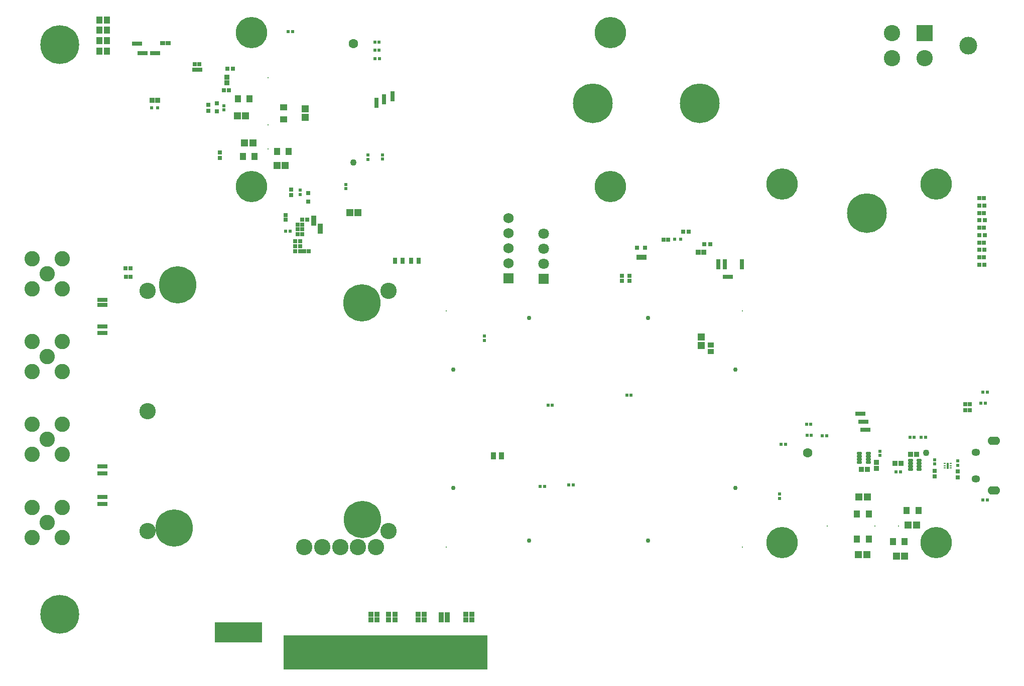
<source format=gbs>
G04*
G04 #@! TF.GenerationSoftware,Altium Limited,Altium Designer,24.4.1 (13)*
G04*
G04 Layer_Color=16711935*
%FSLAX44Y44*%
%MOMM*%
G71*
G04*
G04 #@! TF.SameCoordinates,F083C6BF-E510-45A8-8405-167EEE42A30D*
G04*
G04*
G04 #@! TF.FilePolarity,Negative*
G04*
G01*
G75*
%ADD73R,0.7393X0.6725*%
%ADD116R,0.5811X0.5121*%
%ADD120R,0.7000X0.7000*%
%ADD122R,0.7000X0.7000*%
%ADD125R,0.3700X0.2400*%
%ADD126R,0.4000X1.0800*%
%ADD139R,0.5121X0.5811*%
%ADD144R,0.6725X0.7393*%
%ADD145R,0.6725X0.7154*%
%ADD152R,8.0000X3.4500*%
%ADD153R,34.4000X5.8500*%
%ADD161R,0.9144X4.3942*%
%ADD162R,0.9144X3.4036*%
%ADD164R,0.8532X0.8032*%
%ADD165R,1.0032X1.1532*%
%ADD183R,0.6532X0.6532*%
%ADD196R,0.6532X0.6532*%
%ADD198R,0.8032X0.8532*%
%ADD199R,0.8832X0.8432*%
%ADD200R,1.2532X1.3032*%
%ADD201R,0.8432X0.8832*%
%ADD202R,1.3032X1.2532*%
%ADD204R,0.7032X0.6532*%
%ADD208R,0.7532X0.7532*%
%ADD212C,0.7534*%
%ADD213C,2.5882*%
%ADD214C,6.2992*%
%ADD215C,2.7432*%
%ADD216C,0.2032*%
%ADD217C,2.7500*%
%ADD218R,2.7500X2.7500*%
%ADD219C,2.9972*%
%ADD220C,1.7532*%
%ADD221R,1.7532X1.7532*%
%ADD222C,1.8032*%
%ADD223R,1.8032X1.8032*%
%ADD224O,2.1032X1.4032*%
%ADD225O,1.4532X1.2532*%
%ADD226C,1.1000*%
%ADD227C,1.6000*%
%ADD228C,6.7032*%
%ADD229C,6.5532*%
%ADD230R,0.2032X0.2032*%
%ADD231C,5.2832*%
%ADD263R,1.0000X1.2500*%
%ADD264R,0.5153X0.4725*%
%ADD266R,0.6888X0.6725*%
%ADD267R,0.5000X0.6000*%
%ADD273R,1.2500X1.0000*%
%ADD275R,0.8532X0.9032*%
%ADD276R,0.9232X1.2032*%
%ADD277R,0.8032X1.0032*%
%ADD278R,1.0532X0.9532*%
%ADD279R,0.9532X0.9032*%
%ADD280R,0.7532X0.7032*%
%ADD281R,0.7632X0.7232*%
%ADD282R,0.8532X0.8532*%
G04:AMPARAMS|DCode=283|XSize=0.8632mm|YSize=0.5232mm|CornerRadius=0.1416mm|HoleSize=0mm|Usage=FLASHONLY|Rotation=0.000|XOffset=0mm|YOffset=0mm|HoleType=Round|Shape=RoundedRectangle|*
%AMROUNDEDRECTD283*
21,1,0.8632,0.2400,0,0,0.0*
21,1,0.5800,0.5232,0,0,0.0*
1,1,0.2832,0.2900,-0.1200*
1,1,0.2832,-0.2900,-0.1200*
1,1,0.2832,-0.2900,0.1200*
1,1,0.2832,0.2900,0.1200*
%
%ADD283ROUNDEDRECTD283*%
%ADD284R,0.8532X0.8532*%
D73*
X1126334Y741000D02*
D03*
X1135666D02*
D03*
X366666Y1016000D02*
D03*
X357334D02*
D03*
D116*
X606755Y1032876D02*
D03*
X614066D02*
D03*
X460345Y1079000D02*
D03*
X467655D02*
D03*
X1492655Y335000D02*
D03*
X1485345D02*
D03*
X1291345Y382000D02*
D03*
X1298655D02*
D03*
X1334345Y416000D02*
D03*
X1341655D02*
D03*
X1368155Y396254D02*
D03*
X1360845D02*
D03*
X1335345Y397000D02*
D03*
X1342655D02*
D03*
X1508845Y393757D02*
D03*
X1516155D02*
D03*
X1534905Y393750D02*
D03*
X1527595D02*
D03*
X613655Y1061000D02*
D03*
X606345D02*
D03*
X613655Y1047000D02*
D03*
X606345D02*
D03*
X940655Y313000D02*
D03*
X933345D02*
D03*
X892655Y311000D02*
D03*
X885345D02*
D03*
X905655Y448000D02*
D03*
X898345D02*
D03*
X1031345Y465250D02*
D03*
X1038655D02*
D03*
X1628345Y451000D02*
D03*
X1635655D02*
D03*
X1631732Y470000D02*
D03*
X1639043D02*
D03*
D120*
X1048330Y714000D02*
D03*
X1062330D02*
D03*
D122*
X340000Y958000D02*
D03*
Y944000D02*
D03*
X494000Y806000D02*
D03*
Y792000D02*
D03*
D125*
X1577867Y341819D02*
D03*
Y345819D02*
D03*
Y349819D02*
D03*
X1567567D02*
D03*
Y345819D02*
D03*
Y341819D02*
D03*
D126*
X1572717Y345819D02*
D03*
D139*
X1589400Y353826D02*
D03*
Y346515D02*
D03*
X1457957Y362843D02*
D03*
Y370154D02*
D03*
X1550399Y348515D02*
D03*
Y355826D02*
D03*
X1288796Y297672D02*
D03*
Y290362D02*
D03*
X557000Y813345D02*
D03*
Y820655D02*
D03*
X594525Y862845D02*
D03*
Y870155D02*
D03*
X619000Y863345D02*
D03*
Y870655D02*
D03*
X352000Y953655D02*
D03*
Y946345D02*
D03*
X791000Y557345D02*
D03*
Y564655D02*
D03*
X480000Y803845D02*
D03*
Y811155D02*
D03*
D144*
X465000Y812166D02*
D03*
Y802834D02*
D03*
X325000Y954666D02*
D03*
Y945334D02*
D03*
D145*
X1589400Y326385D02*
D03*
Y335956D02*
D03*
X1550399Y336956D02*
D03*
Y327385D02*
D03*
X345000Y865214D02*
D03*
Y874786D02*
D03*
D152*
X376000Y64626D02*
D03*
D153*
X624000Y30626D02*
D03*
D161*
X489000Y37376D02*
D03*
X649000D02*
D03*
X669000D02*
D03*
X739000D02*
D03*
X779000D02*
D03*
X699000D02*
D03*
X749000D02*
D03*
X709000D02*
D03*
X589000D02*
D03*
X619000D02*
D03*
X659000D02*
D03*
X529000D02*
D03*
X519000D02*
D03*
X509000D02*
D03*
X499000D02*
D03*
X559000D02*
D03*
X599000D02*
D03*
X609000D02*
D03*
X629000D02*
D03*
X639000D02*
D03*
X719000D02*
D03*
X679000D02*
D03*
X729000D02*
D03*
X759000D02*
D03*
X769000D02*
D03*
X689000D02*
D03*
X539000D02*
D03*
X549000D02*
D03*
X469000D02*
D03*
X479000D02*
D03*
X789000D02*
D03*
D162*
X459000Y42329D02*
D03*
D164*
X1206250Y665000D02*
D03*
X1197750D02*
D03*
X142750Y617000D02*
D03*
X151250D02*
D03*
X142750Y570000D02*
D03*
X151250D02*
D03*
X142750Y581000D02*
D03*
X151250D02*
D03*
X142750Y293000D02*
D03*
X151250D02*
D03*
X142750Y281000D02*
D03*
X151250D02*
D03*
X142750Y345000D02*
D03*
X151250D02*
D03*
Y333000D02*
D03*
X142750D02*
D03*
X257250Y1059000D02*
D03*
X248750D02*
D03*
X210250Y1042500D02*
D03*
X218750D02*
D03*
X1437542Y406750D02*
D03*
X1429042D02*
D03*
X1434552Y419750D02*
D03*
X1426052D02*
D03*
X1429451Y433750D02*
D03*
X1420951D02*
D03*
X209250Y1058000D02*
D03*
X200750D02*
D03*
X239750Y1042500D02*
D03*
X231250D02*
D03*
X310790Y1014000D02*
D03*
X302290D02*
D03*
X151250Y626000D02*
D03*
X142750D02*
D03*
D165*
X154750Y1046000D02*
D03*
X141250D02*
D03*
Y1098500D02*
D03*
X154750D02*
D03*
X141250Y1081000D02*
D03*
X154750D02*
D03*
X141250Y1063500D02*
D03*
X154750D02*
D03*
D183*
X352000Y980000D02*
D03*
X360000D02*
D03*
X484000Y753000D02*
D03*
X476000D02*
D03*
X310540Y1023651D02*
D03*
X302540D02*
D03*
X480000Y708000D02*
D03*
X472000D02*
D03*
X487000D02*
D03*
X495000D02*
D03*
X186000Y679000D02*
D03*
X194000D02*
D03*
X484000Y761000D02*
D03*
X492000D02*
D03*
X472000Y725000D02*
D03*
X480000D02*
D03*
X472000Y716000D02*
D03*
X480000D02*
D03*
X476000Y745000D02*
D03*
X484000D02*
D03*
Y737000D02*
D03*
X476000D02*
D03*
D196*
X456000Y769000D02*
D03*
Y761000D02*
D03*
X1035330Y666000D02*
D03*
Y658000D02*
D03*
X1022630Y666000D02*
D03*
Y658000D02*
D03*
D198*
X1185749Y690250D02*
D03*
Y681750D02*
D03*
X1197000Y690250D02*
D03*
Y681750D02*
D03*
X1225250Y690250D02*
D03*
Y681750D02*
D03*
X609000Y954305D02*
D03*
Y962804D02*
D03*
X622000Y959741D02*
D03*
Y968241D02*
D03*
X636000Y965630D02*
D03*
Y974130D02*
D03*
D199*
X1051711Y698000D02*
D03*
X1060511D02*
D03*
D200*
X1500000Y193000D02*
D03*
X1486000D02*
D03*
X1436000Y196000D02*
D03*
X1422000D02*
D03*
X1520000Y246000D02*
D03*
X1506000D02*
D03*
X1437000Y293000D02*
D03*
X1423000D02*
D03*
X400525Y890876D02*
D03*
X386525D02*
D03*
X374275Y936601D02*
D03*
X388275D02*
D03*
X455000Y853000D02*
D03*
X441000D02*
D03*
X578000Y773000D02*
D03*
X564000D02*
D03*
D201*
X769540Y94576D02*
D03*
Y85976D02*
D03*
X514266Y750138D02*
D03*
Y741338D02*
D03*
X502841Y764150D02*
D03*
Y755350D02*
D03*
X599360Y94576D02*
D03*
Y85976D02*
D03*
X609520D02*
D03*
Y94576D02*
D03*
X629586D02*
D03*
Y85976D02*
D03*
X640508D02*
D03*
Y94576D02*
D03*
X679370Y85976D02*
D03*
Y94576D02*
D03*
X689530Y85976D02*
D03*
Y94576D02*
D03*
X718000Y85700D02*
D03*
Y94300D02*
D03*
X728000D02*
D03*
Y85700D02*
D03*
X759380Y85976D02*
D03*
Y94576D02*
D03*
D202*
X1156882Y563000D02*
D03*
Y549000D02*
D03*
X489000Y948000D02*
D03*
Y934000D02*
D03*
D204*
X194069Y664912D02*
D03*
X186569D02*
D03*
X1626250Y772500D02*
D03*
X1633750D02*
D03*
X1626250Y722500D02*
D03*
X1633750D02*
D03*
Y747500D02*
D03*
X1626250D02*
D03*
X1633750Y697500D02*
D03*
X1626250D02*
D03*
X1633750Y797500D02*
D03*
X1626250D02*
D03*
D208*
X1635000Y760000D02*
D03*
X1626000D02*
D03*
X1634500Y685000D02*
D03*
X1625500D02*
D03*
Y710000D02*
D03*
X1634500D02*
D03*
X1626000Y735000D02*
D03*
X1635000D02*
D03*
X1625500Y785000D02*
D03*
X1634500D02*
D03*
D212*
X1214375Y308431D02*
D03*
Y508431D02*
D03*
X866774Y595307D02*
D03*
X1066774D02*
D03*
X738148Y508455D02*
D03*
Y308456D02*
D03*
X1066749Y219080D02*
D03*
X866749D02*
D03*
D213*
X78900Y644600D02*
D03*
Y695400D02*
D03*
X28100D02*
D03*
Y644600D02*
D03*
X53500Y670000D02*
D03*
X53500Y390000D02*
D03*
X28100Y364600D02*
D03*
Y415400D02*
D03*
X78900D02*
D03*
Y364600D02*
D03*
X53500Y250000D02*
D03*
X28100Y224600D02*
D03*
Y275400D02*
D03*
X78900D02*
D03*
Y224600D02*
D03*
X53500Y530000D02*
D03*
X28100Y504600D02*
D03*
Y555400D02*
D03*
X78900D02*
D03*
Y504600D02*
D03*
D214*
X584550Y620426D02*
D03*
X273800Y651160D02*
D03*
X267450Y240080D02*
D03*
X585225Y255074D02*
D03*
D215*
X487040Y208000D02*
D03*
X548000D02*
D03*
X223000Y641000D02*
D03*
Y438000D02*
D03*
Y235000D02*
D03*
X629000D02*
D03*
Y641000D02*
D03*
X608000Y208000D02*
D03*
X578000D02*
D03*
X517520D02*
D03*
X487040D02*
D03*
X548000D02*
D03*
X578000D02*
D03*
X223000Y641000D02*
D03*
X608000Y208000D02*
D03*
X223000Y235000D02*
D03*
X629000Y641000D02*
D03*
X223000Y438000D02*
D03*
X517520Y208000D02*
D03*
X629000Y235000D02*
D03*
D216*
X1489376Y243775D02*
D03*
X1449376D02*
D03*
X1489376D02*
D03*
X1369376D02*
D03*
X426275Y1000876D02*
D03*
Y880876D02*
D03*
D03*
Y920876D02*
D03*
D217*
X1478882Y1034000D02*
D03*
Y1075910D02*
D03*
X1534000Y1034000D02*
D03*
D218*
Y1075910D02*
D03*
D219*
X1606898Y1054955D02*
D03*
D220*
X832000Y712800D02*
D03*
Y738200D02*
D03*
Y687400D02*
D03*
Y763600D02*
D03*
D221*
Y662000D02*
D03*
D222*
X891000Y687000D02*
D03*
Y712400D02*
D03*
Y737800D02*
D03*
D223*
Y661600D02*
D03*
D224*
X1650000Y304000D02*
D03*
Y387500D02*
D03*
D225*
X1620000Y368000D02*
D03*
Y323500D02*
D03*
D226*
X1536000Y367750D02*
D03*
X570000Y858000D02*
D03*
D227*
X1336000Y367750D02*
D03*
X570000Y1058000D02*
D03*
D228*
X1436000Y772000D02*
D03*
X974250Y958000D02*
D03*
X1154000D02*
D03*
D229*
X75000Y1057000D02*
D03*
X75000Y95000D02*
D03*
D230*
X1226110Y208497D02*
D03*
X726746Y607277D02*
D03*
X727000Y208497D02*
D03*
X1226110Y607277D02*
D03*
D231*
X1553426Y216075D02*
D03*
X1293426Y821075D02*
D03*
X1553426D02*
D03*
X1293426Y216075D02*
D03*
X398575Y816826D02*
D03*
X1003575Y1076826D02*
D03*
Y816826D02*
D03*
X398575Y1076826D02*
D03*
D263*
X1480000Y218000D02*
D03*
X1500000D02*
D03*
X1419376Y221753D02*
D03*
X1439376D02*
D03*
X1503000Y270000D02*
D03*
X1523000D02*
D03*
X1419376Y263828D02*
D03*
X1439376D02*
D03*
X395000Y965000D02*
D03*
X375000D02*
D03*
X383525Y867581D02*
D03*
X403525D02*
D03*
X441003Y876476D02*
D03*
X461003D02*
D03*
D264*
X455806Y741500D02*
D03*
X463377D02*
D03*
X1639036Y288000D02*
D03*
X1631464D02*
D03*
D266*
X1161865Y720000D02*
D03*
X1172135D02*
D03*
D267*
X1112000Y728000D02*
D03*
X1122000D02*
D03*
X240000Y950000D02*
D03*
X230000D02*
D03*
D273*
X452525Y930876D02*
D03*
Y950876D02*
D03*
D275*
X357000Y992250D02*
D03*
Y1001750D02*
D03*
D276*
X819900Y362000D02*
D03*
X806100D02*
D03*
D277*
X680500Y692000D02*
D03*
X667500D02*
D03*
X652971Y692098D02*
D03*
X639971D02*
D03*
D278*
X1172883Y538250D02*
D03*
Y549750D02*
D03*
D279*
X1161250Y706500D02*
D03*
X1151750D02*
D03*
X239750Y962500D02*
D03*
X230250D02*
D03*
D280*
X1101000Y727000D02*
D03*
X1093500D02*
D03*
D281*
X1602000Y439802D02*
D03*
X1609800D02*
D03*
X1609800Y449802D02*
D03*
X1602000D02*
D03*
D282*
X1520000Y365000D02*
D03*
X1510000D02*
D03*
X1426957Y339499D02*
D03*
X1436957D02*
D03*
X1494000Y350000D02*
D03*
X1484000D02*
D03*
D283*
X1509817Y344483D02*
D03*
Y339483D02*
D03*
Y349483D02*
D03*
Y354483D02*
D03*
X1524517D02*
D03*
Y349483D02*
D03*
Y344483D02*
D03*
Y339483D02*
D03*
X1423700Y366800D02*
D03*
Y361800D02*
D03*
Y356800D02*
D03*
Y351800D02*
D03*
X1438400D02*
D03*
Y356800D02*
D03*
Y366800D02*
D03*
Y361800D02*
D03*
D284*
X1452000Y351000D02*
D03*
Y341000D02*
D03*
M02*

</source>
